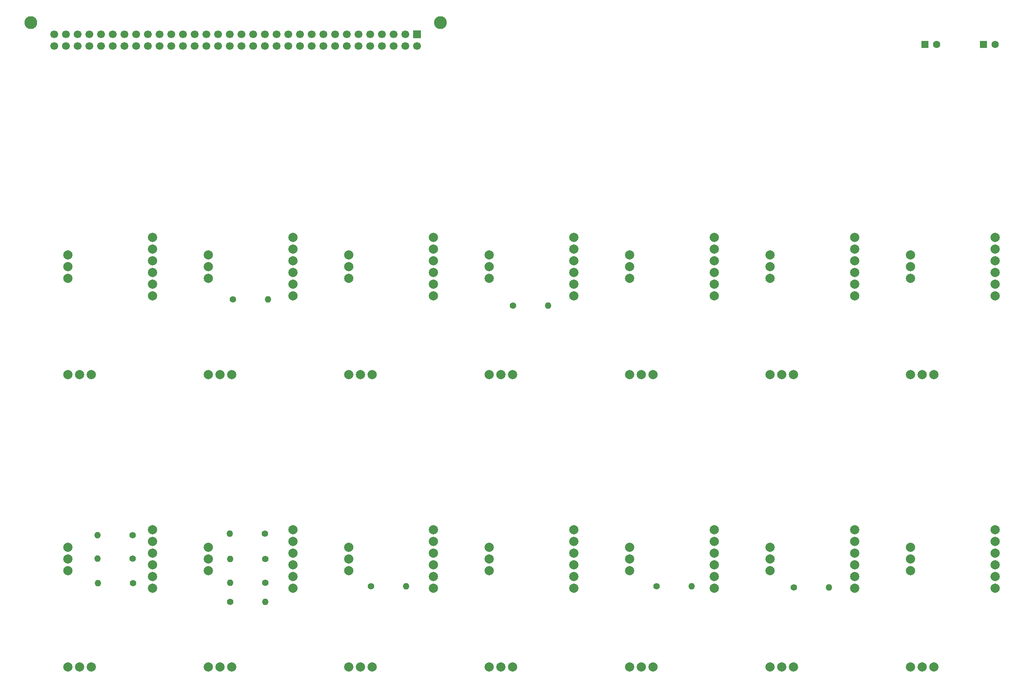
<source format=gbr>
G04 #@! TF.GenerationSoftware,KiCad,Pcbnew,(5.0.0)*
G04 #@! TF.CreationDate,2019-08-30T22:53:04+01:00*
G04 #@! TF.ProjectId,A-FK,412D464B2E6B696361645F7063620000,rev?*
G04 #@! TF.SameCoordinates,Original*
G04 #@! TF.FileFunction,Soldermask,Bot*
G04 #@! TF.FilePolarity,Negative*
%FSLAX46Y46*%
G04 Gerber Fmt 4.6, Leading zero omitted, Abs format (unit mm)*
G04 Created by KiCad (PCBNEW (5.0.0)) date 08/30/19 22:53:04*
%MOMM*%
%LPD*%
G01*
G04 APERTURE LIST*
%ADD10C,2.000000*%
%ADD11C,1.400000*%
%ADD12O,1.400000X1.400000*%
%ADD13C,1.600000*%
%ADD14R,1.600000X1.600000*%
%ADD15C,2.800000*%
%ADD16C,1.700000*%
%ADD17R,1.700000X1.700000*%
G04 APERTURE END LIST*
D10*
G04 #@! TO.C,U8*
X225425000Y-78740000D03*
X225425000Y-81280000D03*
X225425000Y-83820000D03*
X243840000Y-74930000D03*
X243840000Y-77470000D03*
X243840000Y-80010000D03*
X243840000Y-82550000D03*
X243840000Y-85090000D03*
X243840000Y-87630000D03*
X230505000Y-104775000D03*
X227965000Y-104775000D03*
X225425000Y-104775000D03*
G04 #@! TD*
G04 #@! TO.C,U1*
X225425000Y-142240000D03*
X225425000Y-144780000D03*
X225425000Y-147320000D03*
X243840000Y-138430000D03*
X243840000Y-140970000D03*
X243840000Y-143510000D03*
X243840000Y-146050000D03*
X243840000Y-148590000D03*
X243840000Y-151130000D03*
X230505000Y-168275000D03*
X227965000Y-168275000D03*
X225425000Y-168275000D03*
G04 #@! TD*
G04 #@! TO.C,U12*
X103505000Y-78740000D03*
X103505000Y-81280000D03*
X103505000Y-83820000D03*
X121920000Y-74930000D03*
X121920000Y-77470000D03*
X121920000Y-80010000D03*
X121920000Y-82550000D03*
X121920000Y-85090000D03*
X121920000Y-87630000D03*
X108585000Y-104775000D03*
X106045000Y-104775000D03*
X103505000Y-104775000D03*
G04 #@! TD*
G04 #@! TO.C,U11*
X133985000Y-78740000D03*
X133985000Y-81280000D03*
X133985000Y-83820000D03*
X152400000Y-74930000D03*
X152400000Y-77470000D03*
X152400000Y-80010000D03*
X152400000Y-82550000D03*
X152400000Y-85090000D03*
X152400000Y-87630000D03*
X139065000Y-104775000D03*
X136525000Y-104775000D03*
X133985000Y-104775000D03*
G04 #@! TD*
G04 #@! TO.C,U14*
X42545000Y-78740000D03*
X42545000Y-81280000D03*
X42545000Y-83820000D03*
X60960000Y-74930000D03*
X60960000Y-77470000D03*
X60960000Y-80010000D03*
X60960000Y-82550000D03*
X60960000Y-85090000D03*
X60960000Y-87630000D03*
X47625000Y-104775000D03*
X45085000Y-104775000D03*
X42545000Y-104775000D03*
G04 #@! TD*
G04 #@! TO.C,U13*
X73025000Y-78740000D03*
X73025000Y-81280000D03*
X73025000Y-83820000D03*
X91440000Y-74930000D03*
X91440000Y-77470000D03*
X91440000Y-80010000D03*
X91440000Y-82550000D03*
X91440000Y-85090000D03*
X91440000Y-87630000D03*
X78105000Y-104775000D03*
X75565000Y-104775000D03*
X73025000Y-104775000D03*
G04 #@! TD*
D11*
G04 #@! TO.C,R3*
X56692800Y-150063000D03*
D12*
X49072800Y-150063000D03*
G04 #@! TD*
D11*
G04 #@! TO.C,R4*
X56642000Y-144729000D03*
D12*
X49022000Y-144729000D03*
G04 #@! TD*
D11*
G04 #@! TO.C,R5*
X56616600Y-139675000D03*
D12*
X48996600Y-139675000D03*
G04 #@! TD*
D11*
G04 #@! TO.C,R6*
X85394800Y-149962000D03*
D12*
X77774800Y-149962000D03*
G04 #@! TD*
D11*
G04 #@! TO.C,R7*
X85445600Y-144805000D03*
D12*
X77825600Y-144805000D03*
G04 #@! TD*
D11*
G04 #@! TO.C,R8*
X85293200Y-139319000D03*
D12*
X77673200Y-139319000D03*
G04 #@! TD*
D11*
G04 #@! TO.C,R9*
X77825600Y-154102000D03*
D12*
X85445600Y-154102000D03*
G04 #@! TD*
D11*
G04 #@! TO.C,R10*
X108382000Y-150774000D03*
D12*
X116002000Y-150774000D03*
G04 #@! TD*
D11*
G04 #@! TO.C,R11*
X200101000Y-151003000D03*
D12*
X207721000Y-151003000D03*
G04 #@! TD*
D11*
G04 #@! TO.C,R12*
X139167000Y-89763600D03*
D12*
X146787000Y-89763600D03*
G04 #@! TD*
D11*
G04 #@! TO.C,R13*
X78359000Y-88417400D03*
D12*
X85979000Y-88417400D03*
G04 #@! TD*
D11*
G04 #@! TO.C,R14*
X170332000Y-150724000D03*
D12*
X177952000Y-150724000D03*
G04 #@! TD*
D10*
G04 #@! TO.C,U2*
X194945000Y-142240000D03*
X194945000Y-144780000D03*
X194945000Y-147320000D03*
X213360000Y-138430000D03*
X213360000Y-140970000D03*
X213360000Y-143510000D03*
X213360000Y-146050000D03*
X213360000Y-148590000D03*
X213360000Y-151130000D03*
X200025000Y-168275000D03*
X197485000Y-168275000D03*
X194945000Y-168275000D03*
G04 #@! TD*
G04 #@! TO.C,U3*
X164465000Y-142240000D03*
X164465000Y-144780000D03*
X164465000Y-147320000D03*
X182880000Y-138430000D03*
X182880000Y-140970000D03*
X182880000Y-143510000D03*
X182880000Y-146050000D03*
X182880000Y-148590000D03*
X182880000Y-151130000D03*
X169545000Y-168275000D03*
X167005000Y-168275000D03*
X164465000Y-168275000D03*
G04 #@! TD*
G04 #@! TO.C,U4*
X133985000Y-142240000D03*
X133985000Y-144780000D03*
X133985000Y-147320000D03*
X152400000Y-138430000D03*
X152400000Y-140970000D03*
X152400000Y-143510000D03*
X152400000Y-146050000D03*
X152400000Y-148590000D03*
X152400000Y-151130000D03*
X139065000Y-168275000D03*
X136525000Y-168275000D03*
X133985000Y-168275000D03*
G04 #@! TD*
G04 #@! TO.C,U5*
X103505000Y-142240000D03*
X103505000Y-144780000D03*
X103505000Y-147320000D03*
X121920000Y-138430000D03*
X121920000Y-140970000D03*
X121920000Y-143510000D03*
X121920000Y-146050000D03*
X121920000Y-148590000D03*
X121920000Y-151130000D03*
X108585000Y-168275000D03*
X106045000Y-168275000D03*
X103505000Y-168275000D03*
G04 #@! TD*
G04 #@! TO.C,U6*
X73025000Y-142240000D03*
X73025000Y-144780000D03*
X73025000Y-147320000D03*
X91440000Y-138430000D03*
X91440000Y-140970000D03*
X91440000Y-143510000D03*
X91440000Y-146050000D03*
X91440000Y-148590000D03*
X91440000Y-151130000D03*
X78105000Y-168275000D03*
X75565000Y-168275000D03*
X73025000Y-168275000D03*
G04 #@! TD*
G04 #@! TO.C,U7*
X42545000Y-142240000D03*
X42545000Y-144780000D03*
X42545000Y-147320000D03*
X60960000Y-138430000D03*
X60960000Y-140970000D03*
X60960000Y-143510000D03*
X60960000Y-146050000D03*
X60960000Y-148590000D03*
X60960000Y-151130000D03*
X47625000Y-168275000D03*
X45085000Y-168275000D03*
X42545000Y-168275000D03*
G04 #@! TD*
G04 #@! TO.C,U9*
X194945000Y-78740000D03*
X194945000Y-81280000D03*
X194945000Y-83820000D03*
X213360000Y-74930000D03*
X213360000Y-77470000D03*
X213360000Y-80010000D03*
X213360000Y-82550000D03*
X213360000Y-85090000D03*
X213360000Y-87630000D03*
X200025000Y-104775000D03*
X197485000Y-104775000D03*
X194945000Y-104775000D03*
G04 #@! TD*
G04 #@! TO.C,U10*
X164465000Y-78740000D03*
X164465000Y-81280000D03*
X164465000Y-83820000D03*
X182880000Y-74930000D03*
X182880000Y-77470000D03*
X182880000Y-80010000D03*
X182880000Y-82550000D03*
X182880000Y-85090000D03*
X182880000Y-87630000D03*
X169545000Y-104775000D03*
X167005000Y-104775000D03*
X164465000Y-104775000D03*
G04 #@! TD*
D13*
G04 #@! TO.C,C1*
X243800000Y-33020000D03*
D14*
X241300000Y-33020000D03*
G04 #@! TD*
D13*
G04 #@! TO.C,C2*
X231100000Y-33020000D03*
D14*
X228600000Y-33020000D03*
G04 #@! TD*
D15*
G04 #@! TO.C,J1*
X34525000Y-28321000D03*
X123425000Y-28321000D03*
D16*
X39605000Y-33401000D03*
X39605000Y-30861000D03*
X42145000Y-33401000D03*
X42145000Y-30861000D03*
X44685000Y-33401000D03*
X44685000Y-30861000D03*
X47225000Y-33401000D03*
X47225000Y-30861000D03*
X49765000Y-33401000D03*
X49765000Y-30861000D03*
X52305000Y-33401000D03*
X52305000Y-30861000D03*
X54845000Y-33401000D03*
X54845000Y-30861000D03*
X57385000Y-33401000D03*
X57385000Y-30861000D03*
X59925000Y-33401000D03*
X59925000Y-30861000D03*
X62465000Y-33401000D03*
X62465000Y-30861000D03*
X65005000Y-33401000D03*
X65005000Y-30861000D03*
X67545000Y-33401000D03*
X67545000Y-30861000D03*
X70085000Y-33401000D03*
X70085000Y-30861000D03*
X72625000Y-33401000D03*
X72625000Y-30861000D03*
X75165000Y-33401000D03*
X75165000Y-30861000D03*
X77705000Y-33401000D03*
X77705000Y-30861000D03*
X80245000Y-33401000D03*
X80245000Y-30861000D03*
X82785000Y-33401000D03*
X82785000Y-30861000D03*
X85325000Y-33401000D03*
X85325000Y-30861000D03*
X87865000Y-33401000D03*
X87865000Y-30861000D03*
X90405000Y-33401000D03*
X90405000Y-30861000D03*
X92945000Y-33401000D03*
X92945000Y-30861000D03*
X95485000Y-33401000D03*
X95485000Y-30861000D03*
X98025000Y-33401000D03*
X98025000Y-30861000D03*
X100565000Y-33401000D03*
X100565000Y-30861000D03*
X103105000Y-33401000D03*
X103105000Y-30861000D03*
X105645000Y-33401000D03*
X105645000Y-30861000D03*
X108185000Y-33401000D03*
X108185000Y-30861000D03*
X110725000Y-33401000D03*
X110725000Y-30861000D03*
X113265000Y-33401000D03*
X113265000Y-30861000D03*
X115805000Y-33401000D03*
X115805000Y-30861000D03*
X118345000Y-33401000D03*
D17*
X118345000Y-30861000D03*
G04 #@! TD*
M02*

</source>
